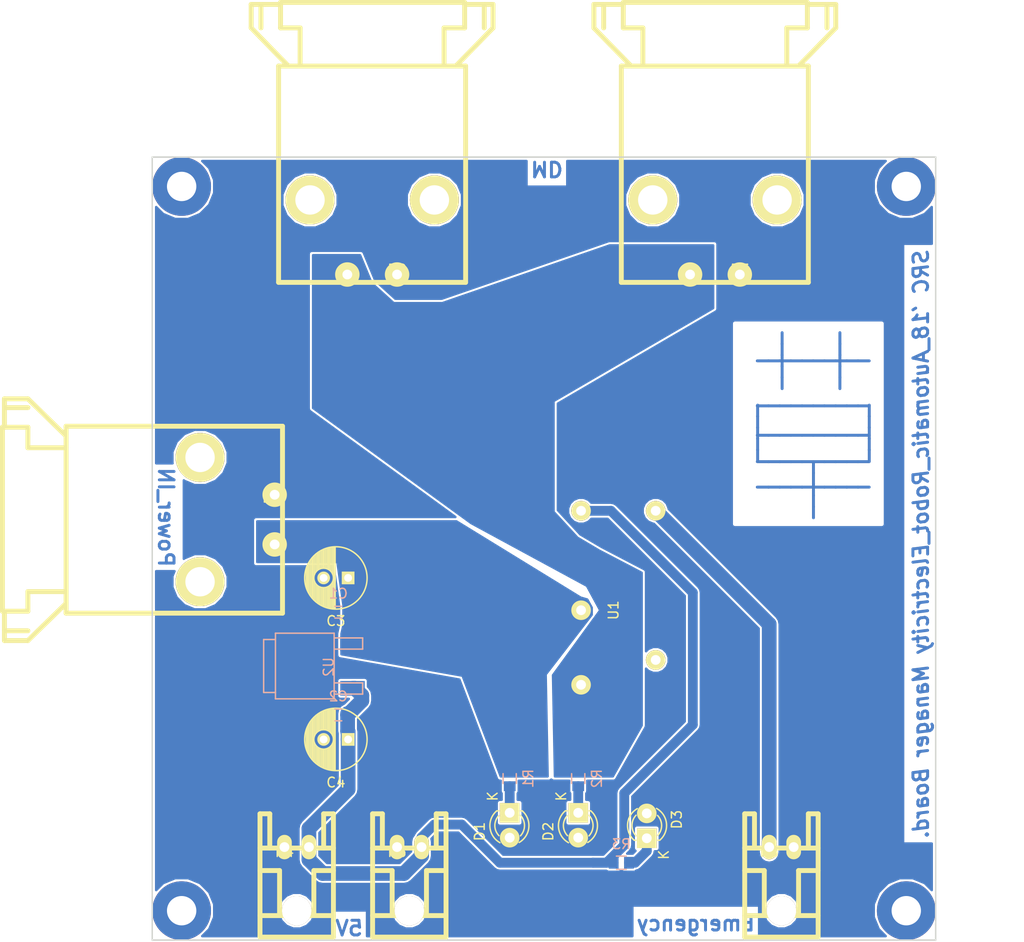
<source format=kicad_pcb>
(kicad_pcb (version 4) (host pcbnew 4.0.1-stable)

  (general
    (links 31)
    (no_connects 0)
    (area 95.249999 42.749999 204 142.200002)
    (thickness 1.6)
    (drawings 21)
    (tracks 40)
    (zones 0)
    (modules 18)
    (nets 10)
  )

  (page A4)
  (layers
    (0 F.Cu signal)
    (31 B.Cu signal)
    (32 B.Adhes user)
    (33 F.Adhes user)
    (34 B.Paste user)
    (35 F.Paste user)
    (36 B.SilkS user)
    (37 F.SilkS user)
    (38 B.Mask user)
    (39 F.Mask user)
    (40 Dwgs.User user)
    (41 Cmts.User user)
    (42 Eco1.User user)
    (43 Eco2.User user)
    (44 Edge.Cuts user)
    (45 Margin user)
    (46 B.CrtYd user)
    (47 F.CrtYd user)
    (48 B.Fab user)
    (49 F.Fab user)
  )

  (setup
    (last_trace_width 1)
    (user_trace_width 0.5)
    (user_trace_width 1)
    (user_trace_width 1.5)
    (user_trace_width 2)
    (trace_clearance 0.2)
    (zone_clearance 0.2)
    (zone_45_only no)
    (trace_min 0.2)
    (segment_width 0.2)
    (edge_width 0.15)
    (via_size 0.6)
    (via_drill 0.4)
    (via_min_size 0.4)
    (via_min_drill 0.3)
    (user_via 6 3)
    (uvia_size 0.3)
    (uvia_drill 0.1)
    (uvias_allowed no)
    (uvia_min_size 0.2)
    (uvia_min_drill 0.1)
    (pcb_text_width 0.3)
    (pcb_text_size 1.5 1.5)
    (mod_edge_width 0.15)
    (mod_text_size 1 1)
    (mod_text_width 0.15)
    (pad_size 1.524 1.524)
    (pad_drill 0.762)
    (pad_to_mask_clearance 0.2)
    (aux_axis_origin 0 0)
    (visible_elements 7FFFFFFF)
    (pcbplotparams
      (layerselection 0x01000_80000000)
      (usegerberextensions false)
      (excludeedgelayer true)
      (linewidth 0.100000)
      (plotframeref false)
      (viasonmask false)
      (mode 1)
      (useauxorigin false)
      (hpglpennumber 1)
      (hpglpenspeed 20)
      (hpglpendiameter 15)
      (hpglpenoverlay 2)
      (psnegative false)
      (psa4output false)
      (plotreference true)
      (plotvalue true)
      (plotinvisibletext false)
      (padsonsilk false)
      (subtractmaskfromsilk false)
      (outputformat 1)
      (mirror false)
      (drillshape 0)
      (scaleselection 1)
      (outputdirectory ""))
  )

  (net 0 "")
  (net 1 +BATT)
  (net 2 GND)
  (net 3 +5V)
  (net 4 "Net-(D1-Pad1)")
  (net 5 "Net-(D2-Pad1)")
  (net 6 "Net-(D3-Pad1)")
  (net 7 /MD_OUT)
  (net 8 "Net-(P6-Pad1)")
  (net 9 "Net-(U1-Pad5)")

  (net_class Default "これは標準のネット クラスです。"
    (clearance 0.2)
    (trace_width 0.25)
    (via_dia 0.6)
    (via_drill 0.4)
    (uvia_dia 0.3)
    (uvia_drill 0.1)
    (add_net +5V)
    (add_net +BATT)
    (add_net /MD_OUT)
    (add_net GND)
    (add_net "Net-(D1-Pad1)")
    (add_net "Net-(D2-Pad1)")
    (add_net "Net-(D3-Pad1)")
    (add_net "Net-(P6-Pad1)")
    (add_net "Net-(U1-Pad5)")
  )

  (module Capacitors_SMD:C_0603 (layer B.Cu) (tedit 581D9BE1) (tstamp 5B8D2F91)
    (at 130 105.5 180)
    (descr "Capacitor SMD 0603, reflow soldering, AVX (see smccp.pdf)")
    (tags "capacitor 0603")
    (path /5B8D2EEA)
    (attr smd)
    (fp_text reference C1 (at 0 1.9 180) (layer B.SilkS)
      (effects (font (size 1 1) (thickness 0.15)) (justify mirror))
    )
    (fp_text value 0.1u (at 0 -1.9 180) (layer B.Fab)
      (effects (font (size 1 1) (thickness 0.15)) (justify mirror))
    )
    (fp_line (start -0.8 -0.4) (end -0.8 0.4) (layer B.Fab) (width 0.15))
    (fp_line (start 0.8 -0.4) (end -0.8 -0.4) (layer B.Fab) (width 0.15))
    (fp_line (start 0.8 0.4) (end 0.8 -0.4) (layer B.Fab) (width 0.15))
    (fp_line (start -0.8 0.4) (end 0.8 0.4) (layer B.Fab) (width 0.15))
    (fp_line (start -1.45 0.75) (end 1.45 0.75) (layer B.CrtYd) (width 0.05))
    (fp_line (start -1.45 -0.75) (end 1.45 -0.75) (layer B.CrtYd) (width 0.05))
    (fp_line (start -1.45 0.75) (end -1.45 -0.75) (layer B.CrtYd) (width 0.05))
    (fp_line (start 1.45 0.75) (end 1.45 -0.75) (layer B.CrtYd) (width 0.05))
    (fp_line (start -0.35 0.6) (end 0.35 0.6) (layer B.SilkS) (width 0.15))
    (fp_line (start 0.35 -0.6) (end -0.35 -0.6) (layer B.SilkS) (width 0.15))
    (pad 1 smd rect (at -0.95 0 180) (size 1 1.2) (layers B.Cu B.Paste B.Mask)
      (net 1 +BATT))
    (pad 2 smd rect (at 0.93 0 180) (size 1 1.2) (layers B.Cu B.Paste B.Mask)
      (net 2 GND))
    (model Capacitors_SMD.3dshapes/C_0603.wrl
      (at (xyz 0 0 0))
      (scale (xyz 1 1 1))
      (rotate (xyz 0 0 0))
    )
  )

  (module Capacitors_SMD:C_0603 (layer B.Cu) (tedit 581D9BE1) (tstamp 5B8D2F97)
    (at 130 116 180)
    (descr "Capacitor SMD 0603, reflow soldering, AVX (see smccp.pdf)")
    (tags "capacitor 0603")
    (path /5B8D2F9E)
    (attr smd)
    (fp_text reference C2 (at 0 1.9 180) (layer B.SilkS)
      (effects (font (size 1 1) (thickness 0.15)) (justify mirror))
    )
    (fp_text value 0.1u (at 0 -1.9 180) (layer B.Fab)
      (effects (font (size 1 1) (thickness 0.15)) (justify mirror))
    )
    (fp_line (start -0.8 -0.4) (end -0.8 0.4) (layer B.Fab) (width 0.15))
    (fp_line (start 0.8 -0.4) (end -0.8 -0.4) (layer B.Fab) (width 0.15))
    (fp_line (start 0.8 0.4) (end 0.8 -0.4) (layer B.Fab) (width 0.15))
    (fp_line (start -0.8 0.4) (end 0.8 0.4) (layer B.Fab) (width 0.15))
    (fp_line (start -1.45 0.75) (end 1.45 0.75) (layer B.CrtYd) (width 0.05))
    (fp_line (start -1.45 -0.75) (end 1.45 -0.75) (layer B.CrtYd) (width 0.05))
    (fp_line (start -1.45 0.75) (end -1.45 -0.75) (layer B.CrtYd) (width 0.05))
    (fp_line (start 1.45 0.75) (end 1.45 -0.75) (layer B.CrtYd) (width 0.05))
    (fp_line (start -0.35 0.6) (end 0.35 0.6) (layer B.SilkS) (width 0.15))
    (fp_line (start 0.35 -0.6) (end -0.35 -0.6) (layer B.SilkS) (width 0.15))
    (pad 1 smd rect (at -0.95 0 180) (size 1 1.2) (layers B.Cu B.Paste B.Mask)
      (net 3 +5V))
    (pad 2 smd rect (at 0.93 0 180) (size 1 1.2) (layers B.Cu B.Paste B.Mask)
      (net 2 GND))
    (model Capacitors_SMD.3dshapes/C_0603.wrl
      (at (xyz 0 0 0))
      (scale (xyz 1 1 1))
      (rotate (xyz 0 0 0))
    )
  )

  (module Capacitors_ThroughHole:C_Radial_D6.3_L11.2_P2.5 (layer F.Cu) (tedit 0) (tstamp 5B8D2F9D)
    (at 131 102 180)
    (descr "Radial Electrolytic Capacitor, Diameter 6.3mm x Length 11.2mm, Pitch 2.5mm")
    (tags "Electrolytic Capacitor")
    (path /5B8D338A)
    (fp_text reference C3 (at 1.25 -4.4 180) (layer F.SilkS)
      (effects (font (size 1 1) (thickness 0.15)))
    )
    (fp_text value 100u (at 1.25 4.4 180) (layer F.Fab)
      (effects (font (size 1 1) (thickness 0.15)))
    )
    (fp_line (start 1.325 -3.149) (end 1.325 3.149) (layer F.SilkS) (width 0.15))
    (fp_line (start 1.465 -3.143) (end 1.465 3.143) (layer F.SilkS) (width 0.15))
    (fp_line (start 1.605 -3.13) (end 1.605 -0.446) (layer F.SilkS) (width 0.15))
    (fp_line (start 1.605 0.446) (end 1.605 3.13) (layer F.SilkS) (width 0.15))
    (fp_line (start 1.745 -3.111) (end 1.745 -0.656) (layer F.SilkS) (width 0.15))
    (fp_line (start 1.745 0.656) (end 1.745 3.111) (layer F.SilkS) (width 0.15))
    (fp_line (start 1.885 -3.085) (end 1.885 -0.789) (layer F.SilkS) (width 0.15))
    (fp_line (start 1.885 0.789) (end 1.885 3.085) (layer F.SilkS) (width 0.15))
    (fp_line (start 2.025 -3.053) (end 2.025 -0.88) (layer F.SilkS) (width 0.15))
    (fp_line (start 2.025 0.88) (end 2.025 3.053) (layer F.SilkS) (width 0.15))
    (fp_line (start 2.165 -3.014) (end 2.165 -0.942) (layer F.SilkS) (width 0.15))
    (fp_line (start 2.165 0.942) (end 2.165 3.014) (layer F.SilkS) (width 0.15))
    (fp_line (start 2.305 -2.968) (end 2.305 -0.981) (layer F.SilkS) (width 0.15))
    (fp_line (start 2.305 0.981) (end 2.305 2.968) (layer F.SilkS) (width 0.15))
    (fp_line (start 2.445 -2.915) (end 2.445 -0.998) (layer F.SilkS) (width 0.15))
    (fp_line (start 2.445 0.998) (end 2.445 2.915) (layer F.SilkS) (width 0.15))
    (fp_line (start 2.585 -2.853) (end 2.585 -0.996) (layer F.SilkS) (width 0.15))
    (fp_line (start 2.585 0.996) (end 2.585 2.853) (layer F.SilkS) (width 0.15))
    (fp_line (start 2.725 -2.783) (end 2.725 -0.974) (layer F.SilkS) (width 0.15))
    (fp_line (start 2.725 0.974) (end 2.725 2.783) (layer F.SilkS) (width 0.15))
    (fp_line (start 2.865 -2.704) (end 2.865 -0.931) (layer F.SilkS) (width 0.15))
    (fp_line (start 2.865 0.931) (end 2.865 2.704) (layer F.SilkS) (width 0.15))
    (fp_line (start 3.005 -2.616) (end 3.005 -0.863) (layer F.SilkS) (width 0.15))
    (fp_line (start 3.005 0.863) (end 3.005 2.616) (layer F.SilkS) (width 0.15))
    (fp_line (start 3.145 -2.516) (end 3.145 -0.764) (layer F.SilkS) (width 0.15))
    (fp_line (start 3.145 0.764) (end 3.145 2.516) (layer F.SilkS) (width 0.15))
    (fp_line (start 3.285 -2.404) (end 3.285 -0.619) (layer F.SilkS) (width 0.15))
    (fp_line (start 3.285 0.619) (end 3.285 2.404) (layer F.SilkS) (width 0.15))
    (fp_line (start 3.425 -2.279) (end 3.425 -0.38) (layer F.SilkS) (width 0.15))
    (fp_line (start 3.425 0.38) (end 3.425 2.279) (layer F.SilkS) (width 0.15))
    (fp_line (start 3.565 -2.136) (end 3.565 2.136) (layer F.SilkS) (width 0.15))
    (fp_line (start 3.705 -1.974) (end 3.705 1.974) (layer F.SilkS) (width 0.15))
    (fp_line (start 3.845 -1.786) (end 3.845 1.786) (layer F.SilkS) (width 0.15))
    (fp_line (start 3.985 -1.563) (end 3.985 1.563) (layer F.SilkS) (width 0.15))
    (fp_line (start 4.125 -1.287) (end 4.125 1.287) (layer F.SilkS) (width 0.15))
    (fp_line (start 4.265 -0.912) (end 4.265 0.912) (layer F.SilkS) (width 0.15))
    (fp_circle (center 2.5 0) (end 2.5 -1) (layer F.SilkS) (width 0.15))
    (fp_circle (center 1.25 0) (end 1.25 -3.1875) (layer F.SilkS) (width 0.15))
    (fp_circle (center 1.25 0) (end 1.25 -3.4) (layer F.CrtYd) (width 0.05))
    (pad 2 thru_hole circle (at 2.5 0 180) (size 1.3 1.3) (drill 0.8) (layers *.Cu *.Mask F.SilkS)
      (net 2 GND))
    (pad 1 thru_hole rect (at 0 0 180) (size 1.3 1.3) (drill 0.8) (layers *.Cu *.Mask F.SilkS)
      (net 1 +BATT))
    (model Capacitors_ThroughHole.3dshapes/C_Radial_D6.3_L11.2_P2.5.wrl
      (at (xyz 0 0 0))
      (scale (xyz 1 1 1))
      (rotate (xyz 0 0 0))
    )
  )

  (module Capacitors_ThroughHole:C_Radial_D6.3_L11.2_P2.5 (layer F.Cu) (tedit 0) (tstamp 5B8D2FA3)
    (at 131 118.5 180)
    (descr "Radial Electrolytic Capacitor, Diameter 6.3mm x Length 11.2mm, Pitch 2.5mm")
    (tags "Electrolytic Capacitor")
    (path /5B8D33CC)
    (fp_text reference C4 (at 1.25 -4.4 180) (layer F.SilkS)
      (effects (font (size 1 1) (thickness 0.15)))
    )
    (fp_text value 100u (at 1.25 4.4 180) (layer F.Fab)
      (effects (font (size 1 1) (thickness 0.15)))
    )
    (fp_line (start 1.325 -3.149) (end 1.325 3.149) (layer F.SilkS) (width 0.15))
    (fp_line (start 1.465 -3.143) (end 1.465 3.143) (layer F.SilkS) (width 0.15))
    (fp_line (start 1.605 -3.13) (end 1.605 -0.446) (layer F.SilkS) (width 0.15))
    (fp_line (start 1.605 0.446) (end 1.605 3.13) (layer F.SilkS) (width 0.15))
    (fp_line (start 1.745 -3.111) (end 1.745 -0.656) (layer F.SilkS) (width 0.15))
    (fp_line (start 1.745 0.656) (end 1.745 3.111) (layer F.SilkS) (width 0.15))
    (fp_line (start 1.885 -3.085) (end 1.885 -0.789) (layer F.SilkS) (width 0.15))
    (fp_line (start 1.885 0.789) (end 1.885 3.085) (layer F.SilkS) (width 0.15))
    (fp_line (start 2.025 -3.053) (end 2.025 -0.88) (layer F.SilkS) (width 0.15))
    (fp_line (start 2.025 0.88) (end 2.025 3.053) (layer F.SilkS) (width 0.15))
    (fp_line (start 2.165 -3.014) (end 2.165 -0.942) (layer F.SilkS) (width 0.15))
    (fp_line (start 2.165 0.942) (end 2.165 3.014) (layer F.SilkS) (width 0.15))
    (fp_line (start 2.305 -2.968) (end 2.305 -0.981) (layer F.SilkS) (width 0.15))
    (fp_line (start 2.305 0.981) (end 2.305 2.968) (layer F.SilkS) (width 0.15))
    (fp_line (start 2.445 -2.915) (end 2.445 -0.998) (layer F.SilkS) (width 0.15))
    (fp_line (start 2.445 0.998) (end 2.445 2.915) (layer F.SilkS) (width 0.15))
    (fp_line (start 2.585 -2.853) (end 2.585 -0.996) (layer F.SilkS) (width 0.15))
    (fp_line (start 2.585 0.996) (end 2.585 2.853) (layer F.SilkS) (width 0.15))
    (fp_line (start 2.725 -2.783) (end 2.725 -0.974) (layer F.SilkS) (width 0.15))
    (fp_line (start 2.725 0.974) (end 2.725 2.783) (layer F.SilkS) (width 0.15))
    (fp_line (start 2.865 -2.704) (end 2.865 -0.931) (layer F.SilkS) (width 0.15))
    (fp_line (start 2.865 0.931) (end 2.865 2.704) (layer F.SilkS) (width 0.15))
    (fp_line (start 3.005 -2.616) (end 3.005 -0.863) (layer F.SilkS) (width 0.15))
    (fp_line (start 3.005 0.863) (end 3.005 2.616) (layer F.SilkS) (width 0.15))
    (fp_line (start 3.145 -2.516) (end 3.145 -0.764) (layer F.SilkS) (width 0.15))
    (fp_line (start 3.145 0.764) (end 3.145 2.516) (layer F.SilkS) (width 0.15))
    (fp_line (start 3.285 -2.404) (end 3.285 -0.619) (layer F.SilkS) (width 0.15))
    (fp_line (start 3.285 0.619) (end 3.285 2.404) (layer F.SilkS) (width 0.15))
    (fp_line (start 3.425 -2.279) (end 3.425 -0.38) (layer F.SilkS) (width 0.15))
    (fp_line (start 3.425 0.38) (end 3.425 2.279) (layer F.SilkS) (width 0.15))
    (fp_line (start 3.565 -2.136) (end 3.565 2.136) (layer F.SilkS) (width 0.15))
    (fp_line (start 3.705 -1.974) (end 3.705 1.974) (layer F.SilkS) (width 0.15))
    (fp_line (start 3.845 -1.786) (end 3.845 1.786) (layer F.SilkS) (width 0.15))
    (fp_line (start 3.985 -1.563) (end 3.985 1.563) (layer F.SilkS) (width 0.15))
    (fp_line (start 4.125 -1.287) (end 4.125 1.287) (layer F.SilkS) (width 0.15))
    (fp_line (start 4.265 -0.912) (end 4.265 0.912) (layer F.SilkS) (width 0.15))
    (fp_circle (center 2.5 0) (end 2.5 -1) (layer F.SilkS) (width 0.15))
    (fp_circle (center 1.25 0) (end 1.25 -3.1875) (layer F.SilkS) (width 0.15))
    (fp_circle (center 1.25 0) (end 1.25 -3.4) (layer F.CrtYd) (width 0.05))
    (pad 2 thru_hole circle (at 2.5 0 180) (size 1.3 1.3) (drill 0.8) (layers *.Cu *.Mask F.SilkS)
      (net 2 GND))
    (pad 1 thru_hole rect (at 0 0 180) (size 1.3 1.3) (drill 0.8) (layers *.Cu *.Mask F.SilkS)
      (net 3 +5V))
    (model Capacitors_ThroughHole.3dshapes/C_Radial_D6.3_L11.2_P2.5.wrl
      (at (xyz 0 0 0))
      (scale (xyz 1 1 1))
      (rotate (xyz 0 0 0))
    )
  )

  (module LEDs:LED-3MM (layer F.Cu) (tedit 559B82F6) (tstamp 5B8D2FA9)
    (at 147.5 126 270)
    (descr "LED 3mm round vertical")
    (tags "LED  3mm round vertical")
    (path /5B8D3DBE)
    (fp_text reference D1 (at 1.91 3.06 270) (layer F.SilkS)
      (effects (font (size 1 1) (thickness 0.15)))
    )
    (fp_text value LED (at 1.3 -2.9 270) (layer F.Fab)
      (effects (font (size 1 1) (thickness 0.15)))
    )
    (fp_line (start -1.2 2.3) (end 3.8 2.3) (layer F.CrtYd) (width 0.05))
    (fp_line (start 3.8 2.3) (end 3.8 -2.2) (layer F.CrtYd) (width 0.05))
    (fp_line (start 3.8 -2.2) (end -1.2 -2.2) (layer F.CrtYd) (width 0.05))
    (fp_line (start -1.2 -2.2) (end -1.2 2.3) (layer F.CrtYd) (width 0.05))
    (fp_line (start -0.199 1.314) (end -0.199 1.114) (layer F.SilkS) (width 0.15))
    (fp_line (start -0.199 -1.28) (end -0.199 -1.1) (layer F.SilkS) (width 0.15))
    (fp_arc (start 1.301 0.034) (end -0.199 -1.286) (angle 108.5) (layer F.SilkS) (width 0.15))
    (fp_arc (start 1.301 0.034) (end 0.25 -1.1) (angle 85.7) (layer F.SilkS) (width 0.15))
    (fp_arc (start 1.311 0.034) (end 3.051 0.994) (angle 110) (layer F.SilkS) (width 0.15))
    (fp_arc (start 1.301 0.034) (end 2.335 1.094) (angle 87.5) (layer F.SilkS) (width 0.15))
    (fp_text user K (at -1.69 1.74 270) (layer F.SilkS)
      (effects (font (size 1 1) (thickness 0.15)))
    )
    (pad 1 thru_hole rect (at 0 0) (size 2 2) (drill 1.00076) (layers *.Cu *.Mask F.SilkS)
      (net 4 "Net-(D1-Pad1)"))
    (pad 2 thru_hole circle (at 2.54 0 270) (size 2 2) (drill 1.00076) (layers *.Cu *.Mask F.SilkS)
      (net 2 GND))
    (model LEDs.3dshapes/LED-3MM.wrl
      (at (xyz 0.05 0 0))
      (scale (xyz 1 1 1))
      (rotate (xyz 0 0 90))
    )
  )

  (module LEDs:LED-3MM (layer F.Cu) (tedit 559B82F6) (tstamp 5B8D2FAF)
    (at 154.5 126 270)
    (descr "LED 3mm round vertical")
    (tags "LED  3mm round vertical")
    (path /5B8D3EF7)
    (fp_text reference D2 (at 1.91 3.06 270) (layer F.SilkS)
      (effects (font (size 1 1) (thickness 0.15)))
    )
    (fp_text value LED (at 1.3 -2.9 270) (layer F.Fab)
      (effects (font (size 1 1) (thickness 0.15)))
    )
    (fp_line (start -1.2 2.3) (end 3.8 2.3) (layer F.CrtYd) (width 0.05))
    (fp_line (start 3.8 2.3) (end 3.8 -2.2) (layer F.CrtYd) (width 0.05))
    (fp_line (start 3.8 -2.2) (end -1.2 -2.2) (layer F.CrtYd) (width 0.05))
    (fp_line (start -1.2 -2.2) (end -1.2 2.3) (layer F.CrtYd) (width 0.05))
    (fp_line (start -0.199 1.314) (end -0.199 1.114) (layer F.SilkS) (width 0.15))
    (fp_line (start -0.199 -1.28) (end -0.199 -1.1) (layer F.SilkS) (width 0.15))
    (fp_arc (start 1.301 0.034) (end -0.199 -1.286) (angle 108.5) (layer F.SilkS) (width 0.15))
    (fp_arc (start 1.301 0.034) (end 0.25 -1.1) (angle 85.7) (layer F.SilkS) (width 0.15))
    (fp_arc (start 1.311 0.034) (end 3.051 0.994) (angle 110) (layer F.SilkS) (width 0.15))
    (fp_arc (start 1.301 0.034) (end 2.335 1.094) (angle 87.5) (layer F.SilkS) (width 0.15))
    (fp_text user K (at -1.69 1.74 270) (layer F.SilkS)
      (effects (font (size 1 1) (thickness 0.15)))
    )
    (pad 1 thru_hole rect (at 0 0) (size 2 2) (drill 1.00076) (layers *.Cu *.Mask F.SilkS)
      (net 5 "Net-(D2-Pad1)"))
    (pad 2 thru_hole circle (at 2.54 0 270) (size 2 2) (drill 1.00076) (layers *.Cu *.Mask F.SilkS)
      (net 2 GND))
    (model LEDs.3dshapes/LED-3MM.wrl
      (at (xyz 0.05 0 0))
      (scale (xyz 1 1 1))
      (rotate (xyz 0 0 90))
    )
  )

  (module LEDs:LED-3MM (layer F.Cu) (tedit 559B82F6) (tstamp 5B8D2FB5)
    (at 161.5 128.6 90)
    (descr "LED 3mm round vertical")
    (tags "LED  3mm round vertical")
    (path /5B8D3F90)
    (fp_text reference D3 (at 1.91 3.06 90) (layer F.SilkS)
      (effects (font (size 1 1) (thickness 0.15)))
    )
    (fp_text value LED (at 1.3 -2.9 90) (layer F.Fab)
      (effects (font (size 1 1) (thickness 0.15)))
    )
    (fp_line (start -1.2 2.3) (end 3.8 2.3) (layer F.CrtYd) (width 0.05))
    (fp_line (start 3.8 2.3) (end 3.8 -2.2) (layer F.CrtYd) (width 0.05))
    (fp_line (start 3.8 -2.2) (end -1.2 -2.2) (layer F.CrtYd) (width 0.05))
    (fp_line (start -1.2 -2.2) (end -1.2 2.3) (layer F.CrtYd) (width 0.05))
    (fp_line (start -0.199 1.314) (end -0.199 1.114) (layer F.SilkS) (width 0.15))
    (fp_line (start -0.199 -1.28) (end -0.199 -1.1) (layer F.SilkS) (width 0.15))
    (fp_arc (start 1.301 0.034) (end -0.199 -1.286) (angle 108.5) (layer F.SilkS) (width 0.15))
    (fp_arc (start 1.301 0.034) (end 0.25 -1.1) (angle 85.7) (layer F.SilkS) (width 0.15))
    (fp_arc (start 1.311 0.034) (end 3.051 0.994) (angle 110) (layer F.SilkS) (width 0.15))
    (fp_arc (start 1.301 0.034) (end 2.335 1.094) (angle 87.5) (layer F.SilkS) (width 0.15))
    (fp_text user K (at -1.69 1.74 90) (layer F.SilkS)
      (effects (font (size 1 1) (thickness 0.15)))
    )
    (pad 1 thru_hole rect (at 0 0 180) (size 2 2) (drill 1.00076) (layers *.Cu *.Mask F.SilkS)
      (net 6 "Net-(D3-Pad1)"))
    (pad 2 thru_hole circle (at 2.54 0 90) (size 2 2) (drill 1.00076) (layers *.Cu *.Mask F.SilkS)
      (net 2 GND))
    (model LEDs.3dshapes/LED-3MM.wrl
      (at (xyz 0.05 0 0))
      (scale (xyz 1 1 1))
      (rotate (xyz 0 0 90))
    )
  )

  (module RP_KiCAD_Connector:D-3200S_2L (layer F.Cu) (tedit 57C4EF05) (tstamp 5B8D2FBD)
    (at 123.5 93.5 270)
    (path /5B8D2CFF)
    (fp_text reference P1 (at 0 0.5 270) (layer F.SilkS)
      (effects (font (size 1 1) (thickness 0.15)))
    )
    (fp_text value Power_IN (at 0 -0.5 270) (layer F.Fab)
      (effects (font (size 1 1) (thickness 0.15)))
    )
    (fp_line (start -8.9 25.2) (end -8.9 27.6) (layer F.SilkS) (width 0.5))
    (fp_line (start -9.8 27.6) (end -9.8 25.2) (layer F.SilkS) (width 0.5))
    (fp_line (start -6.9 27.6) (end -9.8 27.6) (layer F.SilkS) (width 0.5))
    (fp_line (start 14.9 27.6) (end 14.9 25.2) (layer F.SilkS) (width 0.5))
    (fp_line (start 13.9 25.2) (end 13.9 27.6) (layer F.SilkS) (width 0.5))
    (fp_line (start 11.9 27.6) (end 14.9 27.6) (layer F.SilkS) (width 0.5))
    (fp_line (start -6.9 27.8) (end 11.9 27.8) (layer F.SilkS) (width 0.5))
    (fp_line (start 14.9 25.2) (end 11.1 21.3) (layer F.SilkS) (width 0.5))
    (fp_line (start -9.8 25.2) (end -6 21.3) (layer F.SilkS) (width 0.5))
    (fp_line (start -4.8 25.2) (end -4.8 21.3) (layer F.SilkS) (width 0.5))
    (fp_line (start 9.9 25.2) (end 9.9 21.3) (layer F.SilkS) (width 0.5))
    (fp_line (start 11.9 25.2) (end 9.9 25.2) (layer F.SilkS) (width 0.5))
    (fp_line (start 11.9 25.2) (end 11.9 27.8) (layer F.SilkS) (width 0.5))
    (fp_line (start -6.9 25.2) (end -4.8 25.2) (layer F.SilkS) (width 0.5))
    (fp_line (start -6.9 25.2) (end -6.9 27.8) (layer F.SilkS) (width 0.5))
    (fp_line (start -7 -0.8) (end 12.1 -0.8) (layer F.SilkS) (width 0.5))
    (fp_line (start 12.1 -0.8) (end 12.1 21.3) (layer F.SilkS) (width 0.5))
    (fp_line (start 12.1 21.3) (end -7 21.3) (layer F.SilkS) (width 0.5))
    (fp_line (start -7 -0.8) (end -7 21.3) (layer F.SilkS) (width 0.5))
    (pad 1 thru_hole circle (at 0 0 270) (size 2.5 2.5) (drill 1) (layers *.Cu *.Mask F.SilkS)
      (net 2 GND))
    (pad 2 thru_hole circle (at 5.08 0 270) (size 2.5 2.5) (drill 1) (layers *.Cu *.Mask F.SilkS)
      (net 1 +BATT))
    (pad "" thru_hole circle (at -3.81 7.62 270) (size 5 5) (drill 3) (layers *.Cu *.Mask F.SilkS))
    (pad "" thru_hole circle (at 8.89 7.62 270) (size 5 5) (drill 3) (layers *.Cu *.Mask F.SilkS))
    (model conn_D3200/D-3200S_2.wrl
      (at (xyz 0.1 -0.19 0.24))
      (scale (xyz 4 -4 4))
      (rotate (xyz -90 0 0))
    )
  )

  (module RP_KiCAD_Connector:D-3200S_2L (layer F.Cu) (tedit 57C4EF05) (tstamp 5B8D2FC5)
    (at 136 71 180)
    (path /5B8D3669)
    (fp_text reference P2 (at 0 0.5 180) (layer F.SilkS)
      (effects (font (size 1 1) (thickness 0.15)))
    )
    (fp_text value MD_OUT (at 0 -0.5 180) (layer F.Fab)
      (effects (font (size 1 1) (thickness 0.15)))
    )
    (fp_line (start -8.9 25.2) (end -8.9 27.6) (layer F.SilkS) (width 0.5))
    (fp_line (start -9.8 27.6) (end -9.8 25.2) (layer F.SilkS) (width 0.5))
    (fp_line (start -6.9 27.6) (end -9.8 27.6) (layer F.SilkS) (width 0.5))
    (fp_line (start 14.9 27.6) (end 14.9 25.2) (layer F.SilkS) (width 0.5))
    (fp_line (start 13.9 25.2) (end 13.9 27.6) (layer F.SilkS) (width 0.5))
    (fp_line (start 11.9 27.6) (end 14.9 27.6) (layer F.SilkS) (width 0.5))
    (fp_line (start -6.9 27.8) (end 11.9 27.8) (layer F.SilkS) (width 0.5))
    (fp_line (start 14.9 25.2) (end 11.1 21.3) (layer F.SilkS) (width 0.5))
    (fp_line (start -9.8 25.2) (end -6 21.3) (layer F.SilkS) (width 0.5))
    (fp_line (start -4.8 25.2) (end -4.8 21.3) (layer F.SilkS) (width 0.5))
    (fp_line (start 9.9 25.2) (end 9.9 21.3) (layer F.SilkS) (width 0.5))
    (fp_line (start 11.9 25.2) (end 9.9 25.2) (layer F.SilkS) (width 0.5))
    (fp_line (start 11.9 25.2) (end 11.9 27.8) (layer F.SilkS) (width 0.5))
    (fp_line (start -6.9 25.2) (end -4.8 25.2) (layer F.SilkS) (width 0.5))
    (fp_line (start -6.9 25.2) (end -6.9 27.8) (layer F.SilkS) (width 0.5))
    (fp_line (start -7 -0.8) (end 12.1 -0.8) (layer F.SilkS) (width 0.5))
    (fp_line (start 12.1 -0.8) (end 12.1 21.3) (layer F.SilkS) (width 0.5))
    (fp_line (start 12.1 21.3) (end -7 21.3) (layer F.SilkS) (width 0.5))
    (fp_line (start -7 -0.8) (end -7 21.3) (layer F.SilkS) (width 0.5))
    (pad 1 thru_hole circle (at 0 0 180) (size 2.5 2.5) (drill 1) (layers *.Cu *.Mask F.SilkS)
      (net 2 GND))
    (pad 2 thru_hole circle (at 5.08 0 180) (size 2.5 2.5) (drill 1) (layers *.Cu *.Mask F.SilkS)
      (net 7 /MD_OUT))
    (pad "" thru_hole circle (at -3.81 7.62 180) (size 5 5) (drill 3) (layers *.Cu *.Mask F.SilkS))
    (pad "" thru_hole circle (at 8.89 7.62 180) (size 5 5) (drill 3) (layers *.Cu *.Mask F.SilkS))
    (model conn_D3200/D-3200S_2.wrl
      (at (xyz 0.1 -0.19 0.24))
      (scale (xyz 4 -4 4))
      (rotate (xyz -90 0 0))
    )
  )

  (module RP_KiCAD_Connector:D-3200S_2L (layer F.Cu) (tedit 57C4EF05) (tstamp 5B8D2FCD)
    (at 171 71 180)
    (path /5B8D3949)
    (fp_text reference P3 (at 0 0.5 180) (layer F.SilkS)
      (effects (font (size 1 1) (thickness 0.15)))
    )
    (fp_text value MD_OUT (at 0 -0.5 180) (layer F.Fab)
      (effects (font (size 1 1) (thickness 0.15)))
    )
    (fp_line (start -8.9 25.2) (end -8.9 27.6) (layer F.SilkS) (width 0.5))
    (fp_line (start -9.8 27.6) (end -9.8 25.2) (layer F.SilkS) (width 0.5))
    (fp_line (start -6.9 27.6) (end -9.8 27.6) (layer F.SilkS) (width 0.5))
    (fp_line (start 14.9 27.6) (end 14.9 25.2) (layer F.SilkS) (width 0.5))
    (fp_line (start 13.9 25.2) (end 13.9 27.6) (layer F.SilkS) (width 0.5))
    (fp_line (start 11.9 27.6) (end 14.9 27.6) (layer F.SilkS) (width 0.5))
    (fp_line (start -6.9 27.8) (end 11.9 27.8) (layer F.SilkS) (width 0.5))
    (fp_line (start 14.9 25.2) (end 11.1 21.3) (layer F.SilkS) (width 0.5))
    (fp_line (start -9.8 25.2) (end -6 21.3) (layer F.SilkS) (width 0.5))
    (fp_line (start -4.8 25.2) (end -4.8 21.3) (layer F.SilkS) (width 0.5))
    (fp_line (start 9.9 25.2) (end 9.9 21.3) (layer F.SilkS) (width 0.5))
    (fp_line (start 11.9 25.2) (end 9.9 25.2) (layer F.SilkS) (width 0.5))
    (fp_line (start 11.9 25.2) (end 11.9 27.8) (layer F.SilkS) (width 0.5))
    (fp_line (start -6.9 25.2) (end -4.8 25.2) (layer F.SilkS) (width 0.5))
    (fp_line (start -6.9 25.2) (end -6.9 27.8) (layer F.SilkS) (width 0.5))
    (fp_line (start -7 -0.8) (end 12.1 -0.8) (layer F.SilkS) (width 0.5))
    (fp_line (start 12.1 -0.8) (end 12.1 21.3) (layer F.SilkS) (width 0.5))
    (fp_line (start 12.1 21.3) (end -7 21.3) (layer F.SilkS) (width 0.5))
    (fp_line (start -7 -0.8) (end -7 21.3) (layer F.SilkS) (width 0.5))
    (pad 1 thru_hole circle (at 0 0 180) (size 2.5 2.5) (drill 1) (layers *.Cu *.Mask F.SilkS)
      (net 2 GND))
    (pad 2 thru_hole circle (at 5.08 0 180) (size 2.5 2.5) (drill 1) (layers *.Cu *.Mask F.SilkS)
      (net 7 /MD_OUT))
    (pad "" thru_hole circle (at -3.81 7.62 180) (size 5 5) (drill 3) (layers *.Cu *.Mask F.SilkS))
    (pad "" thru_hole circle (at 8.89 7.62 180) (size 5 5) (drill 3) (layers *.Cu *.Mask F.SilkS))
    (model conn_D3200/D-3200S_2.wrl
      (at (xyz 0.1 -0.19 0.24))
      (scale (xyz 4 -4 4))
      (rotate (xyz -90 0 0))
    )
  )

  (module RP_KiCAD_Connector:XA_2LC (layer F.Cu) (tedit 5763B232) (tstamp 5B8D2FD4)
    (at 124.5 129.5)
    (path /5B8D39A6)
    (fp_text reference P4 (at 0 0.5) (layer F.SilkS)
      (effects (font (size 1 1) (thickness 0.15)))
    )
    (fp_text value 5V_OUT (at 0 -0.5) (layer F.Fab)
      (effects (font (size 1 1) (thickness 0.15)))
    )
    (fp_line (start -1.5 -3.4) (end -2.5 -3.4) (layer F.SilkS) (width 0.5))
    (fp_line (start 5 -3.4) (end 4 -3.4) (layer F.SilkS) (width 0.5))
    (fp_line (start 4 -3.4) (end 4 0.1) (layer F.SilkS) (width 0.5))
    (fp_line (start -1.5 -3.4) (end -1.5 0.1) (layer F.SilkS) (width 0.5))
    (fp_line (start 3 2.4) (end 5 2.4) (layer F.SilkS) (width 0.5))
    (fp_line (start -0.5 2.4) (end -2.5 2.4) (layer F.SilkS) (width 0.5))
    (fp_line (start 3 2.4) (end 3 7) (layer F.SilkS) (width 0.5))
    (fp_line (start -0.5 2.4) (end -0.5 7) (layer F.SilkS) (width 0.5))
    (fp_line (start -2.5 0.1) (end 5 0.1) (layer F.SilkS) (width 0.5))
    (fp_line (start -2.5 7) (end 5 7) (layer F.SilkS) (width 0.5))
    (fp_line (start -2.5 9.2) (end 5 9.2) (layer F.SilkS) (width 0.5))
    (fp_line (start 5 -3.4) (end 5 9.2) (layer F.SilkS) (width 0.5))
    (fp_line (start -2.5 -3.4) (end -2.5 9.2) (layer F.SilkS) (width 0.5))
    (pad 1 thru_hole oval (at 0 0) (size 1.5 2.5) (drill 1) (layers *.Cu *.Mask F.SilkS)
      (net 2 GND))
    (pad 2 thru_hole oval (at 2.5 0) (size 1.5 2.5) (drill 1) (layers *.Cu *.Mask F.SilkS)
      (net 3 +5V))
    (pad "" thru_hole circle (at 1.25 6.5) (size 3 3) (drill 3) (layers *.Cu *.Mask F.SilkS)
      (clearance -0.3))
    (model conn_XA/XA_2S.wrl
      (at (xyz 0.05 -0.2 0))
      (scale (xyz 4 4 4))
      (rotate (xyz 0 0 180))
    )
  )

  (module RP_KiCAD_Connector:XA_2LC (layer F.Cu) (tedit 5763B232) (tstamp 5B8D2FDB)
    (at 136 129.5)
    (path /5B8D3C6E)
    (fp_text reference P5 (at 0 0.5) (layer F.SilkS)
      (effects (font (size 1 1) (thickness 0.15)))
    )
    (fp_text value 5V_OUT (at 0 -0.5) (layer F.Fab)
      (effects (font (size 1 1) (thickness 0.15)))
    )
    (fp_line (start -1.5 -3.4) (end -2.5 -3.4) (layer F.SilkS) (width 0.5))
    (fp_line (start 5 -3.4) (end 4 -3.4) (layer F.SilkS) (width 0.5))
    (fp_line (start 4 -3.4) (end 4 0.1) (layer F.SilkS) (width 0.5))
    (fp_line (start -1.5 -3.4) (end -1.5 0.1) (layer F.SilkS) (width 0.5))
    (fp_line (start 3 2.4) (end 5 2.4) (layer F.SilkS) (width 0.5))
    (fp_line (start -0.5 2.4) (end -2.5 2.4) (layer F.SilkS) (width 0.5))
    (fp_line (start 3 2.4) (end 3 7) (layer F.SilkS) (width 0.5))
    (fp_line (start -0.5 2.4) (end -0.5 7) (layer F.SilkS) (width 0.5))
    (fp_line (start -2.5 0.1) (end 5 0.1) (layer F.SilkS) (width 0.5))
    (fp_line (start -2.5 7) (end 5 7) (layer F.SilkS) (width 0.5))
    (fp_line (start -2.5 9.2) (end 5 9.2) (layer F.SilkS) (width 0.5))
    (fp_line (start 5 -3.4) (end 5 9.2) (layer F.SilkS) (width 0.5))
    (fp_line (start -2.5 -3.4) (end -2.5 9.2) (layer F.SilkS) (width 0.5))
    (pad 1 thru_hole oval (at 0 0) (size 1.5 2.5) (drill 1) (layers *.Cu *.Mask F.SilkS)
      (net 2 GND))
    (pad 2 thru_hole oval (at 2.5 0) (size 1.5 2.5) (drill 1) (layers *.Cu *.Mask F.SilkS)
      (net 3 +5V))
    (pad "" thru_hole circle (at 1.25 6.5) (size 3 3) (drill 3) (layers *.Cu *.Mask F.SilkS)
      (clearance -0.3))
    (model conn_XA/XA_2S.wrl
      (at (xyz 0.05 -0.2 0))
      (scale (xyz 4 4 4))
      (rotate (xyz 0 0 180))
    )
  )

  (module RP_KiCAD_Connector:XA_2LC (layer F.Cu) (tedit 5763B232) (tstamp 5B8D2FE2)
    (at 174 129.5)
    (path /5B8D2B9E)
    (fp_text reference P6 (at 0 0.5) (layer F.SilkS)
      (effects (font (size 1 1) (thickness 0.15)))
    )
    (fp_text value Emergency (at 0 -0.5) (layer F.Fab)
      (effects (font (size 1 1) (thickness 0.15)))
    )
    (fp_line (start -1.5 -3.4) (end -2.5 -3.4) (layer F.SilkS) (width 0.5))
    (fp_line (start 5 -3.4) (end 4 -3.4) (layer F.SilkS) (width 0.5))
    (fp_line (start 4 -3.4) (end 4 0.1) (layer F.SilkS) (width 0.5))
    (fp_line (start -1.5 -3.4) (end -1.5 0.1) (layer F.SilkS) (width 0.5))
    (fp_line (start 3 2.4) (end 5 2.4) (layer F.SilkS) (width 0.5))
    (fp_line (start -0.5 2.4) (end -2.5 2.4) (layer F.SilkS) (width 0.5))
    (fp_line (start 3 2.4) (end 3 7) (layer F.SilkS) (width 0.5))
    (fp_line (start -0.5 2.4) (end -0.5 7) (layer F.SilkS) (width 0.5))
    (fp_line (start -2.5 0.1) (end 5 0.1) (layer F.SilkS) (width 0.5))
    (fp_line (start -2.5 7) (end 5 7) (layer F.SilkS) (width 0.5))
    (fp_line (start -2.5 9.2) (end 5 9.2) (layer F.SilkS) (width 0.5))
    (fp_line (start 5 -3.4) (end 5 9.2) (layer F.SilkS) (width 0.5))
    (fp_line (start -2.5 -3.4) (end -2.5 9.2) (layer F.SilkS) (width 0.5))
    (pad 1 thru_hole oval (at 0 0) (size 1.5 2.5) (drill 1) (layers *.Cu *.Mask F.SilkS)
      (net 8 "Net-(P6-Pad1)"))
    (pad 2 thru_hole oval (at 2.5 0) (size 1.5 2.5) (drill 1) (layers *.Cu *.Mask F.SilkS)
      (net 2 GND))
    (pad "" thru_hole circle (at 1.25 6.5) (size 3 3) (drill 3) (layers *.Cu *.Mask F.SilkS)
      (clearance -0.3))
    (model conn_XA/XA_2S.wrl
      (at (xyz 0.05 -0.2 0))
      (scale (xyz 4 4 4))
      (rotate (xyz 0 0 180))
    )
  )

  (module Resistors_SMD:R_0603 (layer B.Cu) (tedit 581D9C24) (tstamp 5B8D2FE8)
    (at 147.5 122.5 90)
    (descr "Resistor SMD 0603, reflow soldering, Vishay (see dcrcw.pdf)")
    (tags "resistor 0603")
    (path /5B8D3E95)
    (attr smd)
    (fp_text reference R1 (at 0 1.9 90) (layer B.SilkS)
      (effects (font (size 1 1) (thickness 0.15)) (justify mirror))
    )
    (fp_text value 1k (at 0 -1.9 90) (layer B.Fab)
      (effects (font (size 1 1) (thickness 0.15)) (justify mirror))
    )
    (fp_line (start -1.3 0.8) (end 1.3 0.8) (layer B.CrtYd) (width 0.05))
    (fp_line (start -1.3 -0.8) (end 1.3 -0.8) (layer B.CrtYd) (width 0.05))
    (fp_line (start -1.3 0.8) (end -1.3 -0.8) (layer B.CrtYd) (width 0.05))
    (fp_line (start 1.3 0.8) (end 1.3 -0.8) (layer B.CrtYd) (width 0.05))
    (fp_line (start 0.5 -0.675) (end -0.5 -0.675) (layer B.SilkS) (width 0.15))
    (fp_line (start -0.5 0.675) (end 0.5 0.675) (layer B.SilkS) (width 0.15))
    (pad 1 smd rect (at -0.78 0 90) (size 1 1.2) (layers B.Cu B.Paste B.Mask)
      (net 4 "Net-(D1-Pad1)"))
    (pad 2 smd rect (at 0.78 0 90) (size 1 1.2) (layers B.Cu B.Paste B.Mask)
      (net 1 +BATT))
    (model Resistors_SMD.3dshapes/R_0603.wrl
      (at (xyz 0 0 0))
      (scale (xyz 1 1 1))
      (rotate (xyz 0 0 0))
    )
  )

  (module Resistors_SMD:R_0603 (layer B.Cu) (tedit 581D9C24) (tstamp 5B8D2FEE)
    (at 154.5 122.5 90)
    (descr "Resistor SMD 0603, reflow soldering, Vishay (see dcrcw.pdf)")
    (tags "resistor 0603")
    (path /5B8D3F40)
    (attr smd)
    (fp_text reference R2 (at 0 1.9 90) (layer B.SilkS)
      (effects (font (size 1 1) (thickness 0.15)) (justify mirror))
    )
    (fp_text value 1k (at 0 -1.9 90) (layer B.Fab)
      (effects (font (size 1 1) (thickness 0.15)) (justify mirror))
    )
    (fp_line (start -1.3 0.8) (end 1.3 0.8) (layer B.CrtYd) (width 0.05))
    (fp_line (start -1.3 -0.8) (end 1.3 -0.8) (layer B.CrtYd) (width 0.05))
    (fp_line (start -1.3 0.8) (end -1.3 -0.8) (layer B.CrtYd) (width 0.05))
    (fp_line (start 1.3 0.8) (end 1.3 -0.8) (layer B.CrtYd) (width 0.05))
    (fp_line (start 0.5 -0.675) (end -0.5 -0.675) (layer B.SilkS) (width 0.15))
    (fp_line (start -0.5 0.675) (end 0.5 0.675) (layer B.SilkS) (width 0.15))
    (pad 1 smd rect (at -0.78 0 90) (size 1 1.2) (layers B.Cu B.Paste B.Mask)
      (net 5 "Net-(D2-Pad1)"))
    (pad 2 smd rect (at 0.78 0 90) (size 1 1.2) (layers B.Cu B.Paste B.Mask)
      (net 7 /MD_OUT))
    (model Resistors_SMD.3dshapes/R_0603.wrl
      (at (xyz 0 0 0))
      (scale (xyz 1 1 1))
      (rotate (xyz 0 0 0))
    )
  )

  (module Resistors_SMD:R_0603 (layer B.Cu) (tedit 581D9C24) (tstamp 5B8D2FF4)
    (at 158.9 131.1 180)
    (descr "Resistor SMD 0603, reflow soldering, Vishay (see dcrcw.pdf)")
    (tags "resistor 0603")
    (path /5B8D3FD4)
    (attr smd)
    (fp_text reference R3 (at 0 1.9 180) (layer B.SilkS)
      (effects (font (size 1 1) (thickness 0.15)) (justify mirror))
    )
    (fp_text value 510 (at 0 -1.9 180) (layer B.Fab)
      (effects (font (size 1 1) (thickness 0.15)) (justify mirror))
    )
    (fp_line (start -1.3 0.8) (end 1.3 0.8) (layer B.CrtYd) (width 0.05))
    (fp_line (start -1.3 -0.8) (end 1.3 -0.8) (layer B.CrtYd) (width 0.05))
    (fp_line (start -1.3 0.8) (end -1.3 -0.8) (layer B.CrtYd) (width 0.05))
    (fp_line (start 1.3 0.8) (end 1.3 -0.8) (layer B.CrtYd) (width 0.05))
    (fp_line (start 0.5 -0.675) (end -0.5 -0.675) (layer B.SilkS) (width 0.15))
    (fp_line (start -0.5 0.675) (end 0.5 0.675) (layer B.SilkS) (width 0.15))
    (pad 1 smd rect (at -0.78 0 180) (size 1 1.2) (layers B.Cu B.Paste B.Mask)
      (net 6 "Net-(D3-Pad1)"))
    (pad 2 smd rect (at 0.78 0 180) (size 1 1.2) (layers B.Cu B.Paste B.Mask)
      (net 3 +5V))
    (model Resistors_SMD.3dshapes/R_0603.wrl
      (at (xyz 0 0 0))
      (scale (xyz 1 1 1))
      (rotate (xyz 0 0 0))
    )
  )

  (module Mizz_lib:LQ_Relay (layer F.Cu) (tedit 5B8D2F18) (tstamp 5B8D2FFD)
    (at 158.6 105.3 270)
    (path /5B8D2B66)
    (fp_text reference U1 (at 0 0.5 270) (layer F.SilkS)
      (effects (font (size 1 1) (thickness 0.15)))
    )
    (fp_text value LQ_Relay (at 0 -0.5 270) (layer F.Fab)
      (effects (font (size 1 1) (thickness 0.15)))
    )
    (pad 1 thru_hole circle (at -10.16 -3.81 270) (size 2 2) (drill 1) (layers *.Cu *.Mask F.SilkS)
      (net 8 "Net-(P6-Pad1)"))
    (pad 2 thru_hole circle (at -10.16 3.81 270) (size 2 2) (drill 1) (layers *.Cu *.Mask F.SilkS)
      (net 3 +5V))
    (pad 3 thru_hole circle (at 0 3.81 270) (size 2 2) (drill 1) (layers *.Cu *.Mask F.SilkS)
      (net 1 +BATT))
    (pad 4 thru_hole circle (at 7.62 3.81 270) (size 2 2) (drill 1) (layers *.Cu *.Mask F.SilkS)
      (net 7 /MD_OUT))
    (pad 5 thru_hole circle (at 5.08 -3.81 270) (size 2 2) (drill 1) (layers *.Cu *.Mask F.SilkS)
      (net 9 "Net-(U1-Pad5)"))
  )

  (module TO_SOT_Packages_SMD:SOT-428 (layer B.Cu) (tedit 0) (tstamp 5B8D3004)
    (at 128 111 270)
    (descr SOT428)
    (path /5B8D2E37)
    (attr smd)
    (fp_text reference U2 (at 0.09906 -1.00076 270) (layer B.SilkS)
      (effects (font (size 1 1) (thickness 0.15)) (justify mirror))
    )
    (fp_text value 7805 (at -0.09906 -0.89916 270) (layer B.Fab)
      (effects (font (size 1 1) (thickness 0.15)) (justify mirror))
    )
    (fp_line (start -2.7051 4.4323) (end -2.7051 5.6261) (layer B.SilkS) (width 0.15))
    (fp_line (start -2.7051 5.6261) (end 2.7051 5.6261) (layer B.SilkS) (width 0.15))
    (fp_line (start 2.7051 5.6261) (end 2.7051 4.4196) (layer B.SilkS) (width 0.15))
    (fp_line (start 1.7272 -1.5748) (end 1.7272 -4.4831) (layer B.SilkS) (width 0.15))
    (fp_line (start 2.8702 -4.4831) (end 2.8702 -1.5748) (layer B.SilkS) (width 0.15))
    (fp_line (start 1.7272 -4.4831) (end 2.8702 -4.4831) (layer B.SilkS) (width 0.15))
    (fp_line (start -2.8702 -4.4831) (end -1.7272 -4.4831) (layer B.SilkS) (width 0.15))
    (fp_line (start -1.7272 -4.4831) (end -1.7272 -1.5748) (layer B.SilkS) (width 0.15))
    (fp_line (start -2.8702 -1.5748) (end -2.8702 -4.4831) (layer B.SilkS) (width 0.15))
    (fp_line (start 3.3528 -1.5748) (end 3.3528 4.4196) (layer B.SilkS) (width 0.15))
    (fp_line (start 3.3528 4.4196) (end -3.3528 4.4196) (layer B.SilkS) (width 0.15))
    (fp_line (start -3.3528 4.4196) (end -3.3528 -1.5748) (layer B.SilkS) (width 0.15))
    (fp_line (start 3.3528 -1.5748) (end -3.3528 -1.5748) (layer B.SilkS) (width 0.15))
    (pad 1 smd rect (at -2.27584 -3.44932 270) (size 1.50114 2.49936) (layers B.Cu B.Paste B.Mask)
      (net 1 +BATT))
    (pad 3 smd rect (at 2.27584 -3.44932 270) (size 1.50114 2.49936) (layers B.Cu B.Paste B.Mask)
      (net 3 +5V))
    (pad 2 smd rect (at 0 3.44932 270) (size 7.00024 7.00024) (layers B.Cu B.Paste B.Mask)
      (net 2 GND))
    (model TO_SOT_Packages_SMD.3dshapes/SOT-428.wrl
      (at (xyz 0 0 0))
      (scale (xyz 1 1 1))
      (rotate (xyz 0 0 0))
    )
  )

  (gr_text _____ (at 177.7 93 90) (layer B.Cu)
    (effects (font (size 1.5 1.5) (thickness 0.3)) (justify mirror))
  )
  (gr_text __________ (at 178.5 91.9) (layer B.Cu)
    (effects (font (size 1.5 1.5) (thickness 0.3)) (justify mirror))
  )
  (gr_text __________ (at 178.5 89.3) (layer B.Cu)
    (effects (font (size 1.5 1.5) (thickness 0.3)) (justify mirror))
  )
  (gr_text _____ (at 183.4 87.2 90) (layer B.Cu)
    (effects (font (size 1.5 1.5) (thickness 0.3)) (justify mirror))
  )
  (gr_text _____ (at 172 87.2 90) (layer B.Cu)
    (effects (font (size 1.5 1.5) (thickness 0.3)) (justify mirror))
  )
  (gr_text __________ (at 178.5 86.6) (layer B.Cu)
    (effects (font (size 1.5 1.5) (thickness 0.3)) (justify mirror))
  )
  (gr_text __________ (at 178.5 83.6) (layer B.Cu)
    (effects (font (size 1.5 1.5) (thickness 0.3)) (justify mirror))
  )
  (gr_text _____ (at 180.4 79.8 90) (layer B.Cu)
    (effects (font (size 1.5 1.5) (thickness 0.3)) (justify mirror))
  )
  (gr_text _____ (at 174.5 79.8 90) (layer B.Cu)
    (effects (font (size 1.5 1.5) (thickness 0.3)) (justify mirror))
  )
  (gr_text __________ (at 178.5 79) (layer B.Cu)
    (effects (font (size 1.5 1.5) (thickness 0.3)) (justify mirror))
  )
  (gr_text "SRC '18_Automatic_Robot_Electricity Manager Board." (at 189.5 98.5 90) (layer B.Cu)
    (effects (font (size 1.5 1.5) (thickness 0.3) italic) (justify mirror))
  )
  (gr_text Emergency (at 166.5 137.3) (layer B.Cu)
    (effects (font (size 1.5 1.5) (thickness 0.3)) (justify mirror))
  )
  (gr_text 5V (at 131.1 137.8) (layer B.Cu)
    (effects (font (size 1.5 1.5) (thickness 0.3)) (justify mirror))
  )
  (gr_text Power_IN (at 112.4 95.8 270) (layer B.Cu)
    (effects (font (size 1.5 1.5) (thickness 0.3)) (justify mirror))
  )
  (gr_text MD (at 151.3 60.2 180) (layer B.Cu)
    (effects (font (size 1.5 1.5) (thickness 0.3)) (justify mirror))
  )
  (gr_line (start 111 139) (end 191 139) (angle 90) (layer Edge.Cuts) (width 0.15))
  (gr_line (start 111 59) (end 111 139) (angle 90) (layer Edge.Cuts) (width 0.15))
  (gr_line (start 191 59) (end 111 59) (angle 90) (layer Edge.Cuts) (width 0.15))
  (gr_line (start 191 59) (end 191 139) (angle 90) (layer Edge.Cuts) (width 0.15))
  (dimension 80 (width 0.3) (layer F.CrtYd)
    (gr_text "80.000 mm" (at 151 48.65) (layer F.CrtYd)
      (effects (font (size 1.5 1.5) (thickness 0.3)))
    )
    (feature1 (pts (xy 111 59) (xy 111 47.3)))
    (feature2 (pts (xy 191 59) (xy 191 47.3)))
    (crossbar (pts (xy 191 50) (xy 111 50)))
    (arrow1a (pts (xy 111 50) (xy 112.126504 49.413579)))
    (arrow1b (pts (xy 111 50) (xy 112.126504 50.586421)))
    (arrow2a (pts (xy 191 50) (xy 189.873496 49.413579)))
    (arrow2b (pts (xy 191 50) (xy 189.873496 50.586421)))
  )
  (dimension 80 (width 0.3) (layer F.CrtYd)
    (gr_text "80.000 mm" (at 197.35 99 90) (layer F.CrtYd)
      (effects (font (size 1.5 1.5) (thickness 0.3)))
    )
    (feature1 (pts (xy 188 59) (xy 198.7 59)))
    (feature2 (pts (xy 188 139) (xy 198.7 139)))
    (crossbar (pts (xy 196 139) (xy 196 59)))
    (arrow1a (pts (xy 196 59) (xy 196.586421 60.126504)))
    (arrow1b (pts (xy 196 59) (xy 195.413579 60.126504)))
    (arrow2a (pts (xy 196 139) (xy 196.586421 137.873496)))
    (arrow2b (pts (xy 196 139) (xy 195.413579 137.873496)))
  )

  (via (at 188 136) (size 6) (drill 3) (layers F.Cu B.Cu) (net 0))
  (via (at 188 62) (size 6) (drill 3) (layers F.Cu B.Cu) (net 0))
  (via (at 114 136) (size 6) (drill 3) (layers F.Cu B.Cu) (net 0))
  (via (at 114 62) (size 6) (drill 3) (layers F.Cu B.Cu) (net 0))
  (segment (start 156 131.1) (end 157.4 131.1) (width 1) (layer B.Cu) (net 3))
  (segment (start 157.84 95.14) (end 154.79 95.14) (width 1) (layer B.Cu) (net 3) (tstamp 5B8D3684))
  (segment (start 166.2 103.5) (end 157.84 95.14) (width 1) (layer B.Cu) (net 3) (tstamp 5B8D3681))
  (segment (start 166.2 117) (end 166.2 103.5) (width 1) (layer B.Cu) (net 3) (tstamp 5B8D367E))
  (segment (start 159.2 124) (end 166.2 117) (width 1) (layer B.Cu) (net 3) (tstamp 5B8D367B))
  (segment (start 159.2 129.3) (end 159.2 124) (width 1) (layer B.Cu) (net 3) (tstamp 5B8D3678))
  (segment (start 157.4 131.1) (end 159.2 129.3) (width 1) (layer B.Cu) (net 3) (tstamp 5B8D3676))
  (segment (start 158.12 131.1) (end 156 131.1) (width 1) (layer B.Cu) (net 3))
  (segment (start 156 131.1) (end 146.5 131.1) (width 1) (layer B.Cu) (net 3) (tstamp 5B8D3674))
  (segment (start 139.8 127.2) (end 138.5 128.5) (width 1) (layer B.Cu) (net 3) (tstamp 5B8D366C))
  (segment (start 142.6 127.2) (end 139.8 127.2) (width 1) (layer B.Cu) (net 3) (tstamp 5B8D366B))
  (segment (start 146.5 131.1) (end 142.6 127.2) (width 1) (layer B.Cu) (net 3) (tstamp 5B8D366A))
  (segment (start 138.5 128.5) (end 138.5 129.5) (width 1) (layer B.Cu) (net 3) (tstamp 5B8D366D))
  (segment (start 127 129.5) (end 127 130.8) (width 1.5) (layer B.Cu) (net 3))
  (segment (start 136.7 132.2) (end 138.5 130.4) (width 1.5) (layer B.Cu) (net 3) (tstamp 5B8D35C9))
  (segment (start 128.4 132.2) (end 136.7 132.2) (width 1.5) (layer B.Cu) (net 3) (tstamp 5B8D35C8))
  (segment (start 127 130.8) (end 128.4 132.2) (width 1.5) (layer B.Cu) (net 3) (tstamp 5B8D35C7))
  (segment (start 138.5 130.4) (end 138.5 129.5) (width 1.5) (layer B.Cu) (net 3) (tstamp 5B8D35CC))
  (segment (start 131.44932 113.27584) (end 131.67584 113.27584) (width 1.5) (layer B.Cu) (net 3))
  (segment (start 131.67584 113.27584) (end 132.4 114) (width 1.5) (layer B.Cu) (net 3) (tstamp 5B8D35BA))
  (segment (start 132.4 114) (end 132.4 114.55) (width 1.5) (layer B.Cu) (net 3) (tstamp 5B8D35BB))
  (segment (start 132.4 114.55) (end 130.95 116) (width 1.5) (layer B.Cu) (net 3) (tstamp 5B8D35BC))
  (segment (start 130.95 116) (end 130.95 115.85) (width 1.5) (layer B.Cu) (net 3))
  (segment (start 131 118.5) (end 131 117.7) (width 1.5) (layer B.Cu) (net 3))
  (segment (start 130.95 117.65) (end 130.95 116) (width 1.5) (layer B.Cu) (net 3) (tstamp 5B8D359C))
  (segment (start 131 117.7) (end 130.95 117.65) (width 1.5) (layer B.Cu) (net 3) (tstamp 5B8D359B))
  (segment (start 127 129.5) (end 127 127.6) (width 1.5) (layer B.Cu) (net 3))
  (segment (start 131 123.6) (end 131 118.5) (width 1.5) (layer B.Cu) (net 3) (tstamp 5B8D3596))
  (segment (start 127 127.6) (end 131 123.6) (width 1.5) (layer B.Cu) (net 3) (tstamp 5B8D3592))
  (segment (start 147.5 123.28) (end 147.5 126) (width 1) (layer B.Cu) (net 4))
  (segment (start 154.5 123.28) (end 154.5 126) (width 1) (layer B.Cu) (net 5))
  (segment (start 161.5 128.6) (end 161.5 129.9) (width 1) (layer B.Cu) (net 6))
  (segment (start 160.3 131.1) (end 159.68 131.1) (width 1) (layer B.Cu) (net 6) (tstamp 5B8D3667))
  (segment (start 161.5 129.9) (end 160.3 131.1) (width 1) (layer B.Cu) (net 6) (tstamp 5B8D3666))
  (segment (start 174 129.5) (end 174 106.73) (width 1.5) (layer B.Cu) (net 8))
  (segment (start 174 106.73) (end 162.41 95.14) (width 1.5) (layer B.Cu) (net 8) (tstamp 5B8D3582))

  (zone (net 7) (net_name /MD_OUT) (layer B.Cu) (tstamp 5B8D34C6) (hatch edge 0.508)
    (priority 1)
    (connect_pads yes (clearance 0.2))
    (min_thickness 0.25)
    (fill yes (arc_segments 16) (thermal_gap 0.508) (thermal_bridge_width 0.508))
    (polygon
      (pts
        (xy 168.4 74.5) (xy 152.1 84) (xy 152.1 95.2) (xy 154.5 97.8) (xy 156.7 99.1)
        (xy 161.1 101.4) (xy 161.1 104.7) (xy 161.1 113) (xy 161.1 117.1) (xy 158.1 122.4)
        (xy 152 122.4) (xy 151.8 111.9) (xy 156.6 105.3) (xy 155.3 102.9) (xy 143.5 96.5)
        (xy 127.3 84.7) (xy 127.3 68.9) (xy 132.3 68.9) (xy 133.5 71.8) (xy 135.7 73.8)
        (xy 140.6 73.8) (xy 157.7 67.9) (xy 168.4 67.9) (xy 168.4 74.5)
      )
    )
    (filled_polygon
      (pts
        (xy 168.275 74.428172) (xy 152.037057 83.892004) (xy 152 83.925) (xy 151.978699 83.969815) (xy 151.975 84)
        (xy 151.975 95.2) (xy 151.984848 95.248632) (xy 152.00815 95.284785) (xy 154.40815 97.884785) (xy 154.436409 97.907616)
        (xy 156.636409 99.207616) (xy 156.642093 99.210778) (xy 160.975 101.475707) (xy 160.975 117.067077) (xy 158.027119 122.275)
        (xy 152.122641 122.275) (xy 151.925776 111.93958) (xy 156.065221 106.247843) (xy 156.257446 105.99836) (xy 156.299395 105.926443)
        (xy 156.29956 105.925627) (xy 156.701092 105.373521) (xy 156.721731 105.328399) (xy 156.723189 105.278801) (xy 156.709911 105.240465)
        (xy 155.409911 102.840465) (xy 155.359595 102.790121) (xy 143.566891 96.394078) (xy 127.425 84.636404) (xy 127.425 69.025)
        (xy 132.216445 69.025) (xy 133.384498 71.847794) (xy 133.415916 71.892493) (xy 135.615916 73.892493) (xy 135.658525 73.917919)
        (xy 135.7 73.925) (xy 140.6 73.925) (xy 140.64077 73.918164) (xy 157.720957 68.025) (xy 168.275 68.025)
      )
    )
  )
  (zone (net 1) (net_name +BATT) (layer B.Cu) (tstamp 5B8D3691) (hatch edge 0.508)
    (priority 2)
    (connect_pads yes (clearance 0.2))
    (min_thickness 0.25)
    (fill yes (arc_segments 16) (thermal_gap 0.508) (thermal_bridge_width 0.508))
    (polygon
      (pts
        (xy 154.8 103.9) (xy 155.5 104.1) (xy 156 105) (xy 156 105.8) (xy 151.3 111.9)
        (xy 151.5 122.4) (xy 146.5 122.4) (xy 142.6 112.1) (xy 130.2 109.9) (xy 130.2 107.7)
        (xy 130.4 106.8) (xy 130.4 104.8) (xy 129.8 100.5) (xy 121.6 100.5) (xy 121.6 96.1)
        (xy 142.1 96.1) (xy 154.8 103.9)
      )
    )
    (filled_polygon
      (pts
        (xy 154.734581 104.006515) (xy 154.76566 104.02019) (xy 155.415875 104.205966) (xy 155.875 105.032391) (xy 155.875 105.757429)
        (xy 151.200982 111.823708) (xy 151.179102 111.868242) (xy 151.175023 111.902381) (xy 151.372597 122.275) (xy 146.586331 122.275)
        (xy 142.716901 112.055737) (xy 142.69047 112.013743) (xy 142.649783 111.985341) (xy 142.621836 111.976922) (xy 130.325 109.795225)
        (xy 130.325 107.71372) (xy 130.522023 106.827116) (xy 130.525 106.8) (xy 130.525 104.8) (xy 130.523801 104.782725)
        (xy 129.923801 100.482725) (xy 129.907326 100.435921) (xy 129.87394 100.399214) (xy 129.828903 100.378387) (xy 129.8 100.375)
        (xy 121.725 100.375) (xy 121.725 96.225) (xy 142.064678 96.225)
      )
    )
  )
  (zone (net 7) (net_name /MD_OUT) (layer B.Cu) (tstamp 5B8D38FC) (hatch edge 0.508)
    (priority 2)
    (connect_pads no (clearance 0.2))
    (min_thickness 0.25)
    (fill yes (arc_segments 16) (thermal_gap 0.508) (thermal_bridge_width 0.508))
    (polygon
      (pts
        (xy 185.5 96.5) (xy 170.5 96.5) (xy 170.5 76) (xy 185.5 76) (xy 185.5 96.5)
      )
    )
  )
  (zone (net 2) (net_name GND) (layer B.Cu) (tstamp 5B8D39B3) (hatch edge 0.508)
    (connect_pads yes (clearance 0.2))
    (min_thickness 0.25)
    (fill yes (arc_segments 16) (thermal_gap 0.508) (thermal_bridge_width 0.508))
    (polygon
      (pts
        (xy 191 139) (xy 111 139) (xy 111 59) (xy 191 59) (xy 191 139)
      )
    )
    (filled_polygon
      (pts
        (xy 149.217857 62.025) (xy 153.382143 62.025) (xy 153.382143 59.4) (xy 185.898172 59.4) (xy 185.182845 60.114079)
        (xy 184.675578 61.335715) (xy 184.674424 62.658482) (xy 185.179558 63.881001) (xy 186.114079 64.817155) (xy 187.335715 65.324422)
        (xy 188.658482 65.325576) (xy 189.881001 64.820442) (xy 190.6 64.102697) (xy 190.6 67.859822) (xy 187.675 67.859822)
        (xy 187.675 129.140178) (xy 190.6 129.140178) (xy 190.6 133.898172) (xy 189.885921 133.182845) (xy 188.664285 132.675578)
        (xy 187.341518 132.674424) (xy 186.118999 133.179558) (xy 185.182845 134.114079) (xy 184.675578 135.335715) (xy 184.674424 136.658482)
        (xy 185.179558 137.881001) (xy 185.897303 138.6) (xy 172.975 138.6) (xy 172.975 136.361422) (xy 173.424684 136.361422)
        (xy 173.701938 137.032429) (xy 174.214871 137.546258) (xy 174.885392 137.824683) (xy 175.611422 137.825316) (xy 176.282429 137.548062)
        (xy 176.796258 137.035129) (xy 177.074683 136.364608) (xy 177.075316 135.638578) (xy 176.798062 134.967571) (xy 176.285129 134.453742)
        (xy 175.614608 134.175317) (xy 174.888578 134.174684) (xy 174.217571 134.451938) (xy 173.703742 134.964871) (xy 173.425317 135.635392)
        (xy 173.424684 136.361422) (xy 172.975 136.361422) (xy 172.975 135.475) (xy 160.025001 135.475) (xy 160.025001 138.6)
        (xy 132.932143 138.6) (xy 132.932143 136.361422) (xy 135.424684 136.361422) (xy 135.701938 137.032429) (xy 136.214871 137.546258)
        (xy 136.885392 137.824683) (xy 137.611422 137.825316) (xy 138.282429 137.548062) (xy 138.796258 137.035129) (xy 139.074683 136.364608)
        (xy 139.075316 135.638578) (xy 138.798062 134.967571) (xy 138.285129 134.453742) (xy 137.614608 134.175317) (xy 136.888578 134.174684)
        (xy 136.217571 134.451938) (xy 135.703742 134.964871) (xy 135.425317 135.635392) (xy 135.424684 136.361422) (xy 132.932143 136.361422)
        (xy 132.932143 135.975) (xy 129.267858 135.975) (xy 129.267858 138.6) (xy 116.101828 138.6) (xy 116.817155 137.885921)
        (xy 117.324422 136.664285) (xy 117.324686 136.361422) (xy 123.924684 136.361422) (xy 124.201938 137.032429) (xy 124.714871 137.546258)
        (xy 125.385392 137.824683) (xy 126.111422 137.825316) (xy 126.782429 137.548062) (xy 127.296258 137.035129) (xy 127.574683 136.364608)
        (xy 127.575316 135.638578) (xy 127.298062 134.967571) (xy 126.785129 134.453742) (xy 126.114608 134.175317) (xy 125.388578 134.174684)
        (xy 124.717571 134.451938) (xy 124.203742 134.964871) (xy 123.925317 135.635392) (xy 123.924684 136.361422) (xy 117.324686 136.361422)
        (xy 117.325576 135.341518) (xy 116.820442 134.118999) (xy 115.885921 133.182845) (xy 114.664285 132.675578) (xy 113.341518 132.674424)
        (xy 112.118999 133.179558) (xy 111.4 133.897303) (xy 111.4 127.6) (xy 125.925 127.6) (xy 125.925 130.8)
        (xy 126.00683 131.211385) (xy 126.23986 131.56014) (xy 127.63986 132.96014) (xy 127.988615 133.19317) (xy 128.4 133.275)
        (xy 136.7 133.275) (xy 137.111385 133.19317) (xy 137.46014 132.96014) (xy 139.260137 131.160142) (xy 139.26014 131.16014)
        (xy 139.49317 130.811385) (xy 139.575 130.4) (xy 139.575 128.969144) (xy 139.512382 128.654344) (xy 140.141726 128.025)
        (xy 142.258274 128.025) (xy 145.916637 131.683363) (xy 146.184286 131.862201) (xy 146.5 131.925) (xy 157.378579 131.925)
        (xy 157.382474 131.931053) (xy 157.49108 132.00526) (xy 157.62 132.031367) (xy 158.62 132.031367) (xy 158.740438 132.008705)
        (xy 158.851053 131.937526) (xy 158.900279 131.865481) (xy 158.942474 131.931053) (xy 159.05108 132.00526) (xy 159.18 132.031367)
        (xy 160.18 132.031367) (xy 160.300438 132.008705) (xy 160.411053 131.937526) (xy 160.438425 131.897466) (xy 160.615714 131.862201)
        (xy 160.883363 131.683363) (xy 162.083363 130.483363) (xy 162.262201 130.215714) (xy 162.318761 129.931367) (xy 162.5 129.931367)
        (xy 162.620438 129.908705) (xy 162.731053 129.837526) (xy 162.80526 129.72892) (xy 162.831367 129.6) (xy 162.831367 127.6)
        (xy 162.808705 127.479562) (xy 162.737526 127.368947) (xy 162.62892 127.29474) (xy 162.5 127.268633) (xy 160.5 127.268633)
        (xy 160.379562 127.291295) (xy 160.268947 127.362474) (xy 160.19474 127.47108) (xy 160.168633 127.6) (xy 160.168633 129.6)
        (xy 160.191295 129.720438) (xy 160.262474 129.831053) (xy 160.345495 129.887779) (xy 160.064641 130.168633) (xy 159.498093 130.168633)
        (xy 159.783363 129.883363) (xy 159.962201 129.615714) (xy 160.025 129.3) (xy 160.025 124.341726) (xy 166.783363 117.583363)
        (xy 166.962201 117.315714) (xy 167.025 117) (xy 167.025 103.5) (xy 166.962201 103.184286) (xy 166.783363 102.916637)
        (xy 159.269128 95.402402) (xy 161.084771 95.402402) (xy 161.286065 95.889572) (xy 161.658468 96.262625) (xy 162.145285 96.464769)
        (xy 162.214549 96.464829) (xy 172.925 107.17528) (xy 172.925 130.030856) (xy 173.00683 130.442241) (xy 173.23986 130.790996)
        (xy 173.588615 131.024026) (xy 174 131.105856) (xy 174.411385 131.024026) (xy 174.76014 130.790996) (xy 174.99317 130.442241)
        (xy 175.075 130.030856) (xy 175.075 106.73) (xy 174.99317 106.318615) (xy 174.76014 105.96986) (xy 163.73517 94.94489)
        (xy 163.735229 94.877598) (xy 163.533935 94.390428) (xy 163.161532 94.017375) (xy 162.674715 93.815231) (xy 162.147598 93.814771)
        (xy 161.660428 94.016065) (xy 161.287375 94.388468) (xy 161.085231 94.875285) (xy 161.084771 95.402402) (xy 159.269128 95.402402)
        (xy 158.423363 94.556637) (xy 158.155714 94.377799) (xy 157.84 94.315) (xy 155.838638 94.315) (xy 155.541532 94.017375)
        (xy 155.054715 93.815231) (xy 154.527598 93.814771) (xy 154.040428 94.016065) (xy 153.667375 94.388468) (xy 153.465231 94.875285)
        (xy 153.464771 95.402402) (xy 153.666065 95.889572) (xy 154.038468 96.262625) (xy 154.525285 96.464769) (xy 155.052402 96.465229)
        (xy 155.539572 96.263935) (xy 155.839029 95.965) (xy 157.498274 95.965) (xy 165.375 103.841726) (xy 165.375 116.658274)
        (xy 158.616637 123.416637) (xy 158.437799 123.684286) (xy 158.375 124) (xy 158.375 128.958274) (xy 157.058274 130.275)
        (xy 146.841726 130.275) (xy 143.183363 126.616637) (xy 142.915714 126.437799) (xy 142.6 126.375) (xy 139.8 126.375)
        (xy 139.484286 126.437799) (xy 139.216637 126.616637) (xy 137.916637 127.916637) (xy 137.737799 128.184286) (xy 137.729925 128.223873)
        (xy 137.50683 128.557759) (xy 137.425 128.969144) (xy 137.425 129.954721) (xy 136.25472 131.125) (xy 128.84528 131.125)
        (xy 128.075 130.35472) (xy 128.075 128.04528) (xy 131.76014 124.36014) (xy 131.926364 124.111367) (xy 131.99317 124.011385)
        (xy 132.075 123.6) (xy 132.075 117.700005) (xy 132.075001 117.7) (xy 132.025 117.44863) (xy 132.025 116.44528)
        (xy 133.16014 115.31014) (xy 133.393171 114.961384) (xy 133.475001 114.55) (xy 133.475 114.549995) (xy 133.475 114)
        (xy 133.39317 113.588615) (xy 133.16014 113.23986) (xy 133.030367 113.110087) (xy 133.030367 112.52527) (xy 133.007705 112.404832)
        (xy 132.936526 112.294217) (xy 132.82792 112.22001) (xy 132.699 112.193903) (xy 130.19964 112.193903) (xy 130.079202 112.216565)
        (xy 129.968587 112.287744) (xy 129.89438 112.39635) (xy 129.868273 112.52527) (xy 129.868273 114.02641) (xy 129.890935 114.146848)
        (xy 129.962114 114.257463) (xy 130.07072 114.33167) (xy 130.19964 114.357777) (xy 131.071943 114.357777) (xy 130.581401 114.848319)
        (xy 130.538615 114.85683) (xy 130.18986 115.08986) (xy 129.95683 115.438615) (xy 129.875 115.85) (xy 129.875 117.65)
        (xy 129.925 117.901366) (xy 129.925 123.15472) (xy 126.23986 126.83986) (xy 126.00683 127.188615) (xy 125.925 127.6)
        (xy 111.4 127.6) (xy 111.4 101.310715) (xy 113.269293 101.310715) (xy 113.055491 101.825608) (xy 113.054511 102.949462)
        (xy 113.483685 103.988143) (xy 114.277677 104.783522) (xy 115.315608 105.214509) (xy 116.439462 105.215489) (xy 117.478143 104.786315)
        (xy 118.273522 103.992323) (xy 118.704509 102.954392) (xy 118.705489 101.830538) (xy 118.276315 100.791857) (xy 117.482323 99.996478)
        (xy 116.444392 99.565491) (xy 115.320538 99.564511) (xy 114.281857 99.993685) (xy 114.225 100.050443) (xy 114.225 96.1)
        (xy 121.275 96.1) (xy 121.275 100.5) (xy 121.297226 100.618124) (xy 121.367037 100.726613) (xy 121.473557 100.799395)
        (xy 121.6 100.825) (xy 129.5172 100.825) (xy 130.075 104.822568) (xy 130.075 106.764324) (xy 129.882739 107.629498)
        (xy 129.875 107.7) (xy 129.875 107.940371) (xy 129.868273 107.97359) (xy 129.868273 109.47473) (xy 129.875 109.510481)
        (xy 129.875 109.9) (xy 129.931032 110.082432) (xy 130.023199 110.172702) (xy 130.143225 110.220003) (xy 142.361436 112.38775)
        (xy 146.196058 122.515085) (xy 146.267037 122.626613) (xy 146.373557 122.699395) (xy 146.5 122.725) (xy 146.579771 122.725)
        (xy 146.568633 122.78) (xy 146.568633 123.78) (xy 146.591295 123.900438) (xy 146.662474 124.011053) (xy 146.675 124.019612)
        (xy 146.675 124.668633) (xy 146.5 124.668633) (xy 146.379562 124.691295) (xy 146.268947 124.762474) (xy 146.19474 124.87108)
        (xy 146.168633 125) (xy 146.168633 127) (xy 146.191295 127.120438) (xy 146.262474 127.231053) (xy 146.37108 127.30526)
        (xy 146.5 127.331367) (xy 148.5 127.331367) (xy 148.620438 127.308705) (xy 148.731053 127.237526) (xy 148.80526 127.12892)
        (xy 148.831367 127) (xy 148.831367 125) (xy 148.808705 124.879562) (xy 148.737526 124.768947) (xy 148.62892 124.69474)
        (xy 148.5 124.668633) (xy 148.325 124.668633) (xy 148.325 124.021421) (xy 148.331053 124.017526) (xy 148.40526 123.90892)
        (xy 148.431367 123.78) (xy 148.431367 122.78) (xy 148.421018 122.725) (xy 151.5 122.725) (xy 151.623868 122.700469)
        (xy 151.731009 122.628605) (xy 151.749839 122.599887) (xy 151.767037 122.626613) (xy 151.873557 122.699395) (xy 152 122.725)
        (xy 153.579771 122.725) (xy 153.568633 122.78) (xy 153.568633 123.78) (xy 153.591295 123.900438) (xy 153.662474 124.011053)
        (xy 153.675 124.019612) (xy 153.675 124.668633) (xy 153.5 124.668633) (xy 153.379562 124.691295) (xy 153.268947 124.762474)
        (xy 153.19474 124.87108) (xy 153.168633 125) (xy 153.168633 127) (xy 153.191295 127.120438) (xy 153.262474 127.231053)
        (xy 153.37108 127.30526) (xy 153.5 127.331367) (xy 155.5 127.331367) (xy 155.620438 127.308705) (xy 155.731053 127.237526)
        (xy 155.80526 127.12892) (xy 155.831367 127) (xy 155.831367 125) (xy 155.808705 124.879562) (xy 155.737526 124.768947)
        (xy 155.62892 124.69474) (xy 155.5 124.668633) (xy 155.325 124.668633) (xy 155.325 124.021421) (xy 155.331053 124.017526)
        (xy 155.40526 123.90892) (xy 155.431367 123.78) (xy 155.431367 122.78) (xy 155.421018 122.725) (xy 158.1 122.725)
        (xy 158.182455 122.714366) (xy 158.298264 122.657519) (xy 158.382833 122.560094) (xy 161.382833 117.260094) (xy 161.425 117.1)
        (xy 161.425 111.26875) (xy 161.658468 111.502625) (xy 162.145285 111.704769) (xy 162.672402 111.705229) (xy 163.159572 111.503935)
        (xy 163.532625 111.131532) (xy 163.734769 110.644715) (xy 163.735229 110.117598) (xy 163.533935 109.630428) (xy 163.161532 109.257375)
        (xy 162.674715 109.055231) (xy 162.147598 109.054771) (xy 161.660428 109.256065) (xy 161.425 109.491083) (xy 161.425 101.4)
        (xy 161.411437 101.307091) (xy 161.350753 101.193244) (xy 161.250558 101.111977) (xy 156.858053 98.815895) (xy 154.706433 97.544483)
        (xy 152.425 95.07293) (xy 152.425 84.186753) (xy 166.471744 76) (xy 170.175 76) (xy 170.175 96.5)
        (xy 170.197226 96.618124) (xy 170.267037 96.726613) (xy 170.373557 96.799395) (xy 170.5 96.825) (xy 185.5 96.825)
        (xy 185.618124 96.802774) (xy 185.726613 96.732963) (xy 185.799395 96.626443) (xy 185.825 96.5) (xy 185.825 76)
        (xy 185.802774 75.881876) (xy 185.732963 75.773387) (xy 185.626443 75.700605) (xy 185.5 75.675) (xy 170.5 75.675)
        (xy 170.381876 75.697226) (xy 170.273387 75.767037) (xy 170.200605 75.873557) (xy 170.175 76) (xy 166.471744 76)
        (xy 168.563651 74.780791) (xy 168.626613 74.732963) (xy 168.699395 74.626443) (xy 168.725 74.5) (xy 168.725 67.9)
        (xy 168.702774 67.781876) (xy 168.632963 67.673387) (xy 168.526443 67.600605) (xy 168.4 67.575) (xy 157.7 67.575)
        (xy 157.593998 67.592773) (xy 140.54551 73.475) (xy 135.825648 73.475) (xy 133.772474 71.608478) (xy 132.600305 68.775736)
        (xy 132.532963 68.673387) (xy 132.426443 68.600605) (xy 132.3 68.575) (xy 127.3 68.575) (xy 127.181876 68.597226)
        (xy 127.073387 68.667037) (xy 127.000605 68.773557) (xy 126.975 68.9) (xy 126.975 84.7) (xy 127.021522 84.867557)
        (xy 127.108651 84.962699) (xy 141.952657 95.775) (xy 121.6 95.775) (xy 121.481876 95.797226) (xy 121.373387 95.867037)
        (xy 121.300605 95.973557) (xy 121.275 96.1) (xy 114.225 96.1) (xy 114.225 92.030753) (xy 114.277677 92.083522)
        (xy 115.315608 92.514509) (xy 116.439462 92.515489) (xy 117.478143 92.086315) (xy 118.273522 91.292323) (xy 118.704509 90.254392)
        (xy 118.705489 89.130538) (xy 118.276315 88.091857) (xy 117.482323 87.296478) (xy 116.444392 86.865491) (xy 115.320538 86.864511)
        (xy 114.281857 87.293685) (xy 113.486478 88.087677) (xy 113.055491 89.125608) (xy 113.054511 90.249462) (xy 113.070966 90.289286)
        (xy 111.4 90.289286) (xy 111.4 64.101828) (xy 112.114079 64.817155) (xy 113.335715 65.324422) (xy 114.658482 65.325576)
        (xy 115.881001 64.820442) (xy 116.76352 63.939462) (xy 124.284511 63.939462) (xy 124.713685 64.978143) (xy 125.507677 65.773522)
        (xy 126.545608 66.204509) (xy 127.669462 66.205489) (xy 128.708143 65.776315) (xy 129.503522 64.982323) (xy 129.934509 63.944392)
        (xy 129.934513 63.939462) (xy 136.984511 63.939462) (xy 137.413685 64.978143) (xy 138.207677 65.773522) (xy 139.245608 66.204509)
        (xy 140.369462 66.205489) (xy 141.408143 65.776315) (xy 142.203522 64.982323) (xy 142.634509 63.944392) (xy 142.634513 63.939462)
        (xy 159.284511 63.939462) (xy 159.713685 64.978143) (xy 160.507677 65.773522) (xy 161.545608 66.204509) (xy 162.669462 66.205489)
        (xy 163.708143 65.776315) (xy 164.503522 64.982323) (xy 164.934509 63.944392) (xy 164.934513 63.939462) (xy 171.984511 63.939462)
        (xy 172.413685 64.978143) (xy 173.207677 65.773522) (xy 174.245608 66.204509) (xy 175.369462 66.205489) (xy 176.408143 65.776315)
        (xy 177.203522 64.982323) (xy 177.634509 63.944392) (xy 177.635489 62.820538) (xy 177.206315 61.781857) (xy 176.412323 60.986478)
        (xy 175.374392 60.555491) (xy 174.250538 60.554511) (xy 173.211857 60.983685) (xy 172.416478 61.777677) (xy 171.985491 62.815608)
        (xy 171.984511 63.939462) (xy 164.934513 63.939462) (xy 164.935489 62.820538) (xy 164.506315 61.781857) (xy 163.712323 60.986478)
        (xy 162.674392 60.555491) (xy 161.550538 60.554511) (xy 160.511857 60.983685) (xy 159.716478 61.777677) (xy 159.285491 62.815608)
        (xy 159.284511 63.939462) (xy 142.634513 63.939462) (xy 142.635489 62.820538) (xy 142.206315 61.781857) (xy 141.412323 60.986478)
        (xy 140.374392 60.555491) (xy 139.250538 60.554511) (xy 138.211857 60.983685) (xy 137.416478 61.777677) (xy 136.985491 62.815608)
        (xy 136.984511 63.939462) (xy 129.934513 63.939462) (xy 129.935489 62.820538) (xy 129.506315 61.781857) (xy 128.712323 60.986478)
        (xy 127.674392 60.555491) (xy 126.550538 60.554511) (xy 125.511857 60.983685) (xy 124.716478 61.777677) (xy 124.285491 62.815608)
        (xy 124.284511 63.939462) (xy 116.76352 63.939462) (xy 116.817155 63.885921) (xy 117.324422 62.664285) (xy 117.325576 61.341518)
        (xy 116.820442 60.118999) (xy 116.102697 59.4) (xy 149.217857 59.4)
      )
    )
  )
)

</source>
